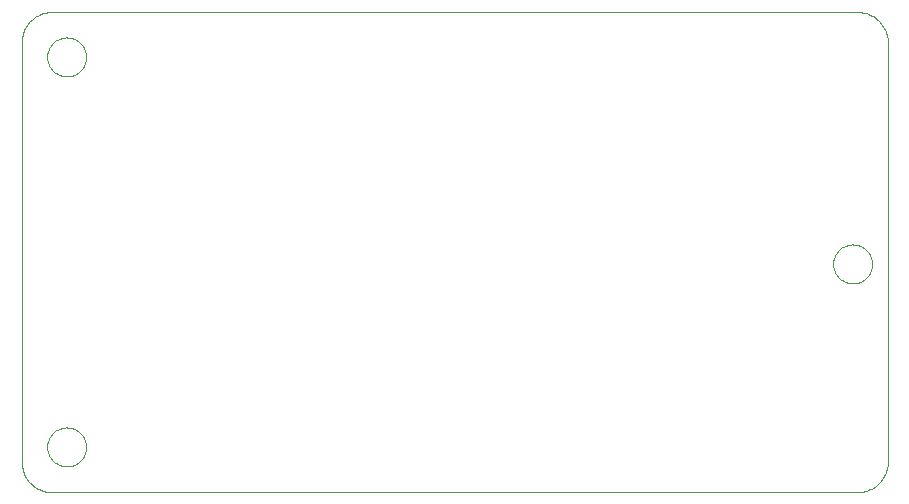
<source format=gm1>
G75*
G70*
%OFA0B0*%
%FSLAX24Y24*%
%IPPOS*%
%LPD*%
%AMOC8*
5,1,8,0,0,1.08239X$1,22.5*
%
%ADD10C,0.0000*%
D10*
X001100Y000100D02*
X027970Y000100D01*
X028030Y000102D01*
X028091Y000107D01*
X028150Y000116D01*
X028209Y000129D01*
X028268Y000145D01*
X028325Y000165D01*
X028380Y000188D01*
X028435Y000215D01*
X028487Y000244D01*
X028538Y000277D01*
X028587Y000313D01*
X028633Y000351D01*
X028677Y000393D01*
X028719Y000437D01*
X028757Y000483D01*
X028793Y000532D01*
X028826Y000583D01*
X028855Y000635D01*
X028882Y000690D01*
X028905Y000745D01*
X028925Y000802D01*
X028941Y000861D01*
X028954Y000920D01*
X028963Y000979D01*
X028968Y001040D01*
X028970Y001100D01*
X028970Y015096D01*
X028968Y015156D01*
X028963Y015217D01*
X028954Y015276D01*
X028941Y015335D01*
X028925Y015394D01*
X028905Y015451D01*
X028882Y015506D01*
X028855Y015561D01*
X028826Y015613D01*
X028793Y015664D01*
X028757Y015713D01*
X028719Y015759D01*
X028677Y015803D01*
X028633Y015845D01*
X028587Y015883D01*
X028538Y015919D01*
X028487Y015952D01*
X028435Y015981D01*
X028380Y016008D01*
X028325Y016031D01*
X028268Y016051D01*
X028209Y016067D01*
X028150Y016080D01*
X028091Y016089D01*
X028030Y016094D01*
X027970Y016096D01*
X001100Y016096D01*
X001040Y016094D01*
X000979Y016089D01*
X000920Y016080D01*
X000861Y016067D01*
X000802Y016051D01*
X000745Y016031D01*
X000690Y016008D01*
X000635Y015981D01*
X000583Y015952D01*
X000532Y015919D01*
X000483Y015883D01*
X000437Y015845D01*
X000393Y015803D01*
X000351Y015759D01*
X000313Y015713D01*
X000277Y015664D01*
X000244Y015613D01*
X000215Y015561D01*
X000188Y015506D01*
X000165Y015451D01*
X000145Y015394D01*
X000129Y015335D01*
X000116Y015276D01*
X000107Y015217D01*
X000102Y015156D01*
X000100Y015096D01*
X000100Y001100D01*
X000102Y001040D01*
X000107Y000979D01*
X000116Y000920D01*
X000129Y000861D01*
X000145Y000802D01*
X000165Y000745D01*
X000188Y000690D01*
X000215Y000635D01*
X000244Y000583D01*
X000277Y000532D01*
X000313Y000483D01*
X000351Y000437D01*
X000393Y000393D01*
X000437Y000351D01*
X000483Y000313D01*
X000532Y000277D01*
X000583Y000244D01*
X000635Y000215D01*
X000690Y000188D01*
X000745Y000165D01*
X000802Y000145D01*
X000861Y000129D01*
X000920Y000116D01*
X000979Y000107D01*
X001040Y000102D01*
X001100Y000100D01*
X000950Y001600D02*
X000952Y001650D01*
X000958Y001700D01*
X000968Y001750D01*
X000981Y001798D01*
X000998Y001846D01*
X001019Y001892D01*
X001043Y001936D01*
X001071Y001978D01*
X001102Y002018D01*
X001136Y002055D01*
X001173Y002090D01*
X001212Y002121D01*
X001253Y002150D01*
X001297Y002175D01*
X001343Y002197D01*
X001390Y002215D01*
X001438Y002229D01*
X001487Y002240D01*
X001537Y002247D01*
X001587Y002250D01*
X001638Y002249D01*
X001688Y002244D01*
X001738Y002235D01*
X001786Y002223D01*
X001834Y002206D01*
X001880Y002186D01*
X001925Y002163D01*
X001968Y002136D01*
X002008Y002106D01*
X002046Y002073D01*
X002081Y002037D01*
X002114Y001998D01*
X002143Y001957D01*
X002169Y001914D01*
X002192Y001869D01*
X002211Y001822D01*
X002226Y001774D01*
X002238Y001725D01*
X002246Y001675D01*
X002250Y001625D01*
X002250Y001575D01*
X002246Y001525D01*
X002238Y001475D01*
X002226Y001426D01*
X002211Y001378D01*
X002192Y001331D01*
X002169Y001286D01*
X002143Y001243D01*
X002114Y001202D01*
X002081Y001163D01*
X002046Y001127D01*
X002008Y001094D01*
X001968Y001064D01*
X001925Y001037D01*
X001880Y001014D01*
X001834Y000994D01*
X001786Y000977D01*
X001738Y000965D01*
X001688Y000956D01*
X001638Y000951D01*
X001587Y000950D01*
X001537Y000953D01*
X001487Y000960D01*
X001438Y000971D01*
X001390Y000985D01*
X001343Y001003D01*
X001297Y001025D01*
X001253Y001050D01*
X001212Y001079D01*
X001173Y001110D01*
X001136Y001145D01*
X001102Y001182D01*
X001071Y001222D01*
X001043Y001264D01*
X001019Y001308D01*
X000998Y001354D01*
X000981Y001402D01*
X000968Y001450D01*
X000958Y001500D01*
X000952Y001550D01*
X000950Y001600D01*
X000950Y014600D02*
X000952Y014650D01*
X000958Y014700D01*
X000968Y014750D01*
X000981Y014798D01*
X000998Y014846D01*
X001019Y014892D01*
X001043Y014936D01*
X001071Y014978D01*
X001102Y015018D01*
X001136Y015055D01*
X001173Y015090D01*
X001212Y015121D01*
X001253Y015150D01*
X001297Y015175D01*
X001343Y015197D01*
X001390Y015215D01*
X001438Y015229D01*
X001487Y015240D01*
X001537Y015247D01*
X001587Y015250D01*
X001638Y015249D01*
X001688Y015244D01*
X001738Y015235D01*
X001786Y015223D01*
X001834Y015206D01*
X001880Y015186D01*
X001925Y015163D01*
X001968Y015136D01*
X002008Y015106D01*
X002046Y015073D01*
X002081Y015037D01*
X002114Y014998D01*
X002143Y014957D01*
X002169Y014914D01*
X002192Y014869D01*
X002211Y014822D01*
X002226Y014774D01*
X002238Y014725D01*
X002246Y014675D01*
X002250Y014625D01*
X002250Y014575D01*
X002246Y014525D01*
X002238Y014475D01*
X002226Y014426D01*
X002211Y014378D01*
X002192Y014331D01*
X002169Y014286D01*
X002143Y014243D01*
X002114Y014202D01*
X002081Y014163D01*
X002046Y014127D01*
X002008Y014094D01*
X001968Y014064D01*
X001925Y014037D01*
X001880Y014014D01*
X001834Y013994D01*
X001786Y013977D01*
X001738Y013965D01*
X001688Y013956D01*
X001638Y013951D01*
X001587Y013950D01*
X001537Y013953D01*
X001487Y013960D01*
X001438Y013971D01*
X001390Y013985D01*
X001343Y014003D01*
X001297Y014025D01*
X001253Y014050D01*
X001212Y014079D01*
X001173Y014110D01*
X001136Y014145D01*
X001102Y014182D01*
X001071Y014222D01*
X001043Y014264D01*
X001019Y014308D01*
X000998Y014354D01*
X000981Y014402D01*
X000968Y014450D01*
X000958Y014500D01*
X000952Y014550D01*
X000950Y014600D01*
X027150Y007700D02*
X027152Y007750D01*
X027158Y007800D01*
X027168Y007850D01*
X027181Y007898D01*
X027198Y007946D01*
X027219Y007992D01*
X027243Y008036D01*
X027271Y008078D01*
X027302Y008118D01*
X027336Y008155D01*
X027373Y008190D01*
X027412Y008221D01*
X027453Y008250D01*
X027497Y008275D01*
X027543Y008297D01*
X027590Y008315D01*
X027638Y008329D01*
X027687Y008340D01*
X027737Y008347D01*
X027787Y008350D01*
X027838Y008349D01*
X027888Y008344D01*
X027938Y008335D01*
X027986Y008323D01*
X028034Y008306D01*
X028080Y008286D01*
X028125Y008263D01*
X028168Y008236D01*
X028208Y008206D01*
X028246Y008173D01*
X028281Y008137D01*
X028314Y008098D01*
X028343Y008057D01*
X028369Y008014D01*
X028392Y007969D01*
X028411Y007922D01*
X028426Y007874D01*
X028438Y007825D01*
X028446Y007775D01*
X028450Y007725D01*
X028450Y007675D01*
X028446Y007625D01*
X028438Y007575D01*
X028426Y007526D01*
X028411Y007478D01*
X028392Y007431D01*
X028369Y007386D01*
X028343Y007343D01*
X028314Y007302D01*
X028281Y007263D01*
X028246Y007227D01*
X028208Y007194D01*
X028168Y007164D01*
X028125Y007137D01*
X028080Y007114D01*
X028034Y007094D01*
X027986Y007077D01*
X027938Y007065D01*
X027888Y007056D01*
X027838Y007051D01*
X027787Y007050D01*
X027737Y007053D01*
X027687Y007060D01*
X027638Y007071D01*
X027590Y007085D01*
X027543Y007103D01*
X027497Y007125D01*
X027453Y007150D01*
X027412Y007179D01*
X027373Y007210D01*
X027336Y007245D01*
X027302Y007282D01*
X027271Y007322D01*
X027243Y007364D01*
X027219Y007408D01*
X027198Y007454D01*
X027181Y007502D01*
X027168Y007550D01*
X027158Y007600D01*
X027152Y007650D01*
X027150Y007700D01*
M02*

</source>
